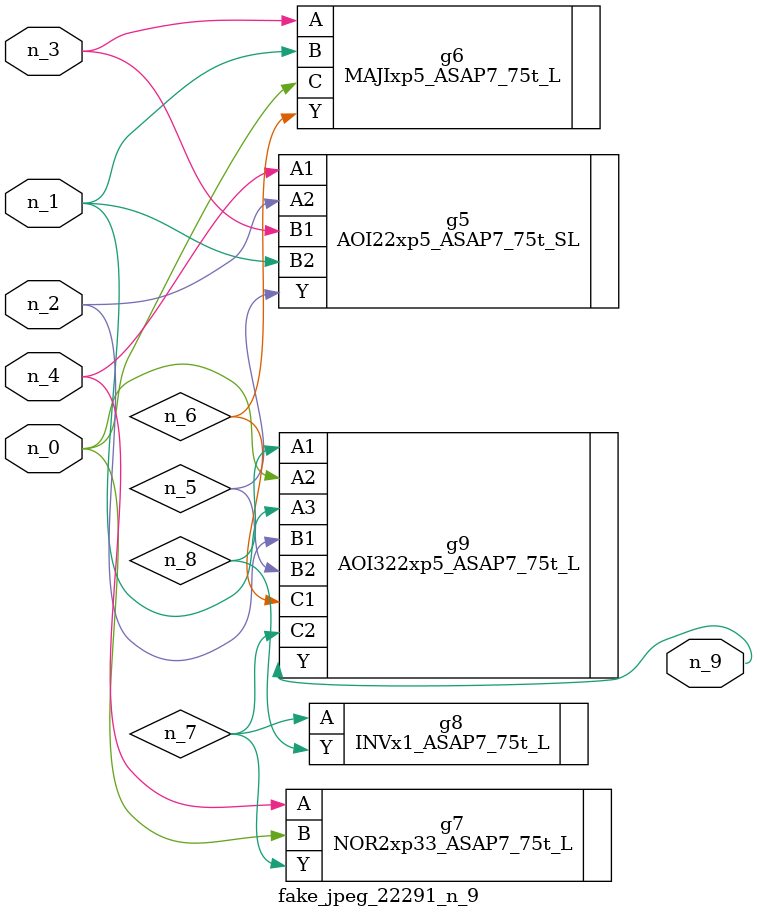
<source format=v>
module fake_jpeg_22291_n_9 (n_3, n_2, n_1, n_0, n_4, n_9);

input n_3;
input n_2;
input n_1;
input n_0;
input n_4;

output n_9;

wire n_8;
wire n_6;
wire n_5;
wire n_7;

AOI22xp5_ASAP7_75t_SL g5 ( 
.A1(n_4),
.A2(n_2),
.B1(n_3),
.B2(n_1),
.Y(n_5)
);

MAJIxp5_ASAP7_75t_L g6 ( 
.A(n_3),
.B(n_1),
.C(n_0),
.Y(n_6)
);

NOR2xp33_ASAP7_75t_L g7 ( 
.A(n_4),
.B(n_0),
.Y(n_7)
);

INVx1_ASAP7_75t_L g8 ( 
.A(n_7),
.Y(n_8)
);

AOI322xp5_ASAP7_75t_L g9 ( 
.A1(n_8),
.A2(n_0),
.A3(n_1),
.B1(n_2),
.B2(n_5),
.C1(n_6),
.C2(n_7),
.Y(n_9)
);


endmodule
</source>
